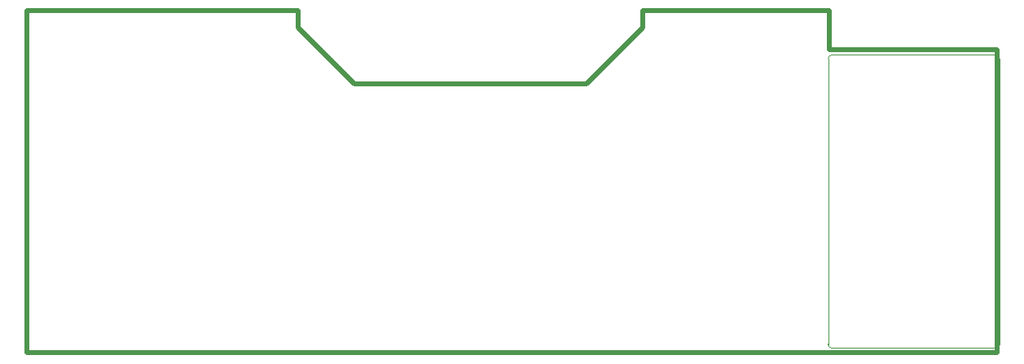
<source format=gm1>
%FSLAX23Y23*%
%MOIN*%
G70*
G01*
G75*
G04 Layer_Color=16711935*
%ADD10R,0.020X0.055*%
%ADD11R,0.037X0.067*%
%ADD12R,0.051X0.033*%
%ADD13R,0.132X0.213*%
%ADD14R,0.079X0.087*%
%ADD15C,0.025*%
%ADD16C,0.020*%
%ADD17C,0.015*%
%ADD18C,0.010*%
%ADD19C,0.005*%
%ADD20O,0.043X0.142*%
%ADD21C,0.063*%
%ADD22R,0.063X0.063*%
%ADD23P,0.128X8X112.5*%
%ADD24P,0.128X8X202.5*%
%ADD25C,0.081*%
%ADD26C,0.060*%
%ADD27C,0.059*%
%ADD28R,0.059X0.059*%
%ADD29R,0.059X0.059*%
%ADD30C,0.016*%
%ADD31C,0.024*%
%ADD32C,0.010*%
%ADD33C,0.012*%
%ADD34C,0.006*%
%ADD35C,0.008*%
%ADD36C,0.006*%
%ADD37R,0.028X0.063*%
%ADD38R,0.045X0.075*%
%ADD39R,0.059X0.041*%
%ADD40R,0.140X0.221*%
%ADD41R,0.087X0.095*%
%ADD42O,0.051X0.150*%
%ADD43C,0.071*%
%ADD44R,0.071X0.071*%
%ADD45P,0.137X8X112.5*%
%ADD46P,0.137X8X202.5*%
%ADD47C,0.089*%
%ADD48C,0.068*%
%ADD49C,0.067*%
%ADD50R,0.067X0.067*%
%ADD51R,0.067X0.067*%
%ADD52C,0.028*%
%ADD53C,0.002*%
%ADD54C,0.004*%
D16*
X1780Y1330D02*
Y1400D01*
X1550Y1100D02*
X1780Y1330D01*
X370D02*
X600Y1100D01*
X300Y1400D02*
X370D01*
Y1330D02*
Y1400D01*
X0D02*
X300D01*
X-740Y0D02*
Y1400D01*
X0D01*
X-740Y0D02*
X0D01*
X2150D01*
X600Y1100D02*
X1550D01*
X1780Y1400D02*
X2150D01*
X2544D01*
X2150Y0D02*
X2544D01*
X3229D01*
Y1242D01*
X2544D02*
X3229D01*
X2544D02*
Y1400D01*
D53*
X3224Y20D02*
G03*
X3239Y35I0J15D01*
G01*
X2539D02*
G03*
X2554Y20I15J0D01*
G01*
Y1220D02*
G03*
X2539Y1205I0J-15D01*
G01*
X3239D02*
G03*
X3224Y1220I-15J0D01*
G01*
X2554Y20D02*
X3224D01*
X2539Y35D02*
Y1205D01*
X2554Y1220D02*
X3224D01*
X3239Y35D02*
Y1205D01*
D54*
X2150Y0D02*
X2544D01*
M02*

</source>
